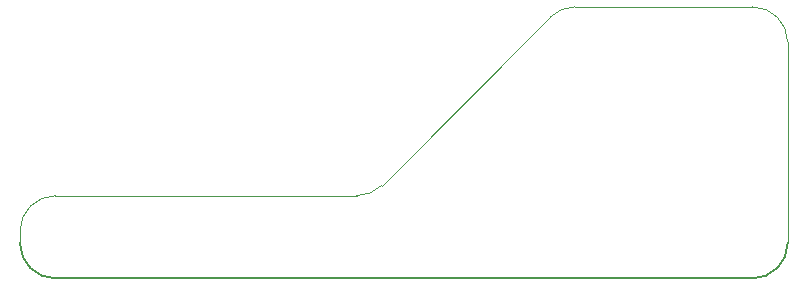
<source format=gbr>
%TF.GenerationSoftware,KiCad,Pcbnew,(6.0.5-0)*%
%TF.CreationDate,2025-05-14T10:57:03-04:00*%
%TF.ProjectId,SDTV2CSI,53445456-3243-4534-992e-6b696361645f,rev?*%
%TF.SameCoordinates,Original*%
%TF.FileFunction,Profile,NP*%
%FSLAX46Y46*%
G04 Gerber Fmt 4.6, Leading zero omitted, Abs format (unit mm)*
G04 Created by KiCad (PCBNEW (6.0.5-0)) date 2025-05-14 10:57:03*
%MOMM*%
%LPD*%
G01*
G04 APERTURE LIST*
%TA.AperFunction,Profile*%
%ADD10C,0.100000*%
%TD*%
%TA.AperFunction,Profile*%
%ADD11C,0.127000*%
%TD*%
G04 APERTURE END LIST*
D10*
X62500000Y-50000000D02*
G75*
G03*
X60378679Y-50878680I0J-3000000D01*
G01*
X18500000Y-66000000D02*
X44000000Y-66000000D01*
X44000000Y-66000000D02*
G75*
G03*
X46121320Y-65121320I0J3000000D01*
G01*
X15500000Y-70000000D02*
X15500000Y-69000000D01*
X60378679Y-50878680D02*
X46121320Y-65136039D01*
X18500000Y-66000000D02*
G75*
G03*
X15500000Y-69000000I0J-3000000D01*
G01*
X80500000Y-53000000D02*
G75*
G03*
X77500000Y-50000000I-3000000J0D01*
G01*
X80500000Y-70000000D02*
X80500000Y-53000000D01*
X62500000Y-50000000D02*
X77500000Y-50000000D01*
D11*
%TO.C,P1*%
X77500000Y-73000000D02*
X18500000Y-73000000D01*
X15500000Y-70000000D02*
G75*
G03*
X18500000Y-73000000I3000000J0D01*
G01*
X77500000Y-73000000D02*
G75*
G03*
X80500000Y-70000000I-1J3000001D01*
G01*
%TD*%
M02*

</source>
